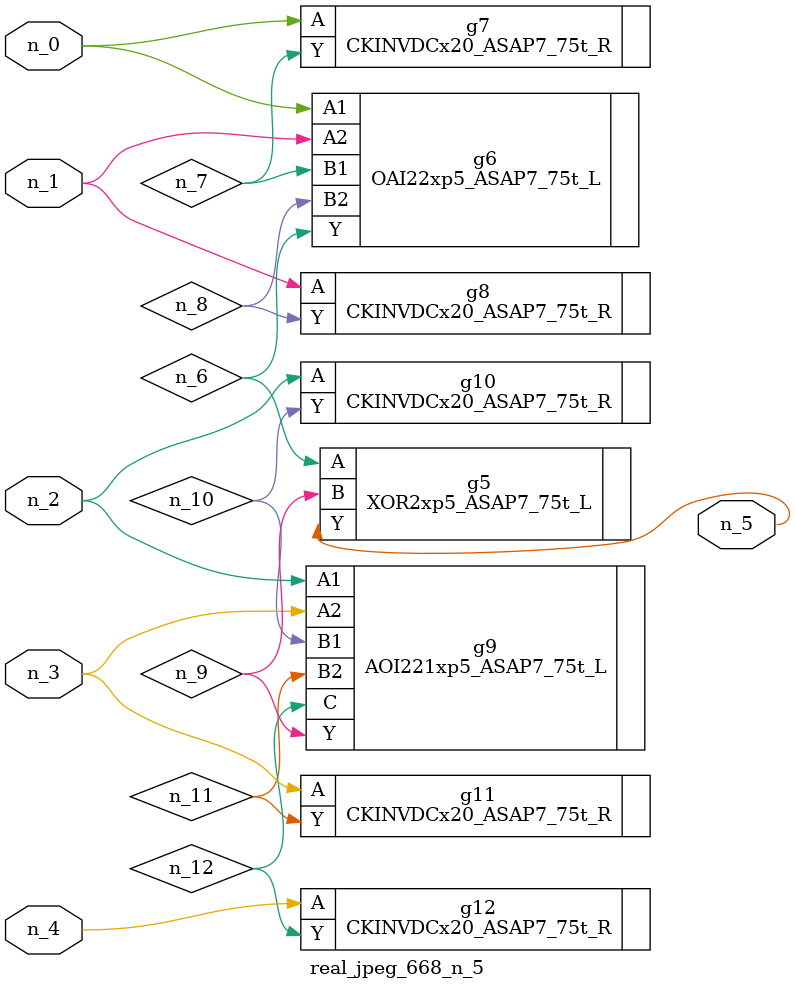
<source format=v>
module real_jpeg_668_n_5 (n_4, n_0, n_1, n_2, n_3, n_5);

input n_4;
input n_0;
input n_1;
input n_2;
input n_3;

output n_5;

wire n_12;
wire n_8;
wire n_11;
wire n_6;
wire n_7;
wire n_10;
wire n_9;

OAI22xp5_ASAP7_75t_L g6 ( 
.A1(n_0),
.A2(n_1),
.B1(n_7),
.B2(n_8),
.Y(n_6)
);

CKINVDCx20_ASAP7_75t_R g7 ( 
.A(n_0),
.Y(n_7)
);

CKINVDCx20_ASAP7_75t_R g8 ( 
.A(n_1),
.Y(n_8)
);

AOI221xp5_ASAP7_75t_L g9 ( 
.A1(n_2),
.A2(n_3),
.B1(n_10),
.B2(n_11),
.C(n_12),
.Y(n_9)
);

CKINVDCx20_ASAP7_75t_R g10 ( 
.A(n_2),
.Y(n_10)
);

CKINVDCx20_ASAP7_75t_R g11 ( 
.A(n_3),
.Y(n_11)
);

CKINVDCx20_ASAP7_75t_R g12 ( 
.A(n_4),
.Y(n_12)
);

XOR2xp5_ASAP7_75t_L g5 ( 
.A(n_6),
.B(n_9),
.Y(n_5)
);


endmodule
</source>
